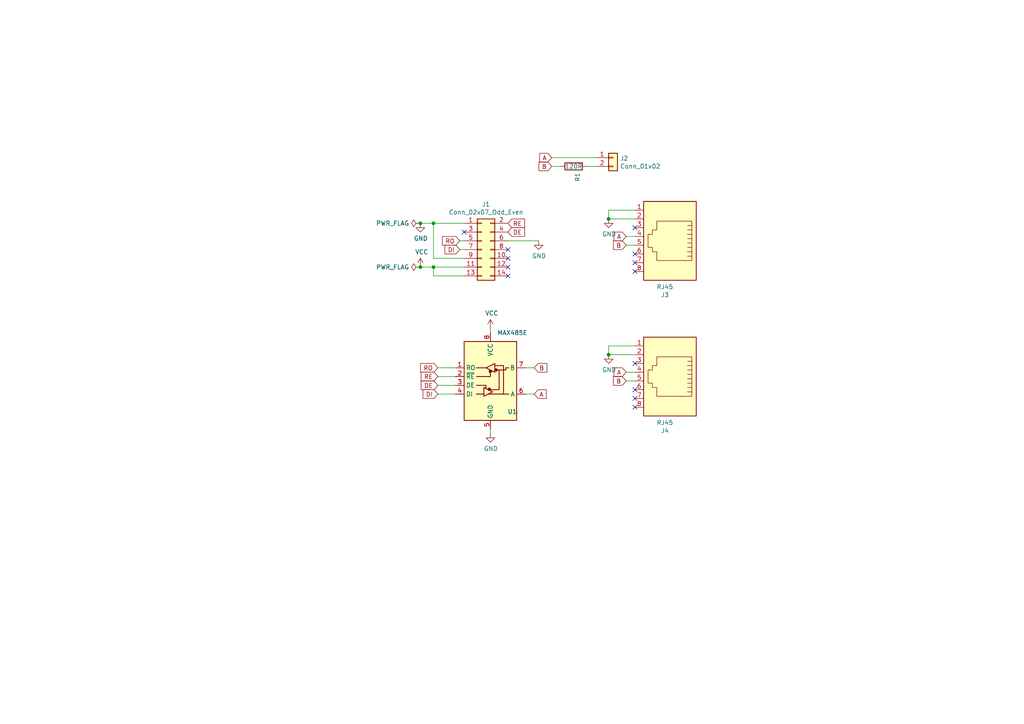
<source format=kicad_sch>
(kicad_sch (version 20211123) (generator eeschema)
  (paper "A4")
  (lib_symbols
    (symbol "Connector:RJ45" (pin_names (offset 1.016))
      (property "Reference" "J" (at -5.08 13.97 0))
      (property "Value" "RJ45" (at 2.54 13.97 0))
      (symbol "RJ45_0_1"
        (polyline (pts (xy -5.08 4.445) (xy -6.35 4.445)))
        (polyline (pts (xy -5.08 5.715) (xy -6.35 5.715)))
        (polyline (pts (xy -6.35 -3.175) (xy -5.08 -3.175) (xy -5.08 -3.175)))
        (polyline (pts (xy -6.35 -1.905) (xy -5.08 -1.905) (xy -5.08 -1.905)))
        (polyline (pts (xy -6.35 -0.635) (xy -5.08 -0.635) (xy -5.08 -0.635)))
        (polyline (pts (xy -6.35 0.635) (xy -5.08 0.635) (xy -5.08 0.635)))
        (polyline (pts (xy -6.35 1.905) (xy -5.08 1.905) (xy -5.08 1.905)))
        (polyline (pts (xy -5.08 3.175) (xy -6.35 3.175) (xy -6.35 3.175)))
        (polyline (pts (xy -6.35 -4.445) (xy -6.35 6.985) (xy 3.81 6.985) (xy 3.81 4.445) (xy 5.08 4.445) (xy 5.08 3.175) (xy 6.35 3.175) (xy 6.35 -0.635) (xy 5.08 -0.635) (xy 5.08 -1.905) (xy 3.81 -1.905) (xy 3.81 -4.445) (xy -6.35 -4.445) (xy -6.35 -4.445)))
        (rectangle (start 7.62 12.7) (end -7.62 -10.16) (stroke (width 0.254)) (fill (type background)))
      )
      (symbol "RJ45_1_1"
        (pin passive line (at 10.16 -7.62 180) (length 2.54) (name "~") (number "1"))
        (pin passive line (at 10.16 -5.08 180) (length 2.54) (name "~") (number "2"))
        (pin passive line (at 10.16 -2.54 180) (length 2.54) (name "~") (number "3"))
        (pin passive line (at 10.16 0 180) (length 2.54) (name "~") (number "4"))
        (pin passive line (at 10.16 2.54 180) (length 2.54) (name "~") (number "5"))
        (pin passive line (at 10.16 5.08 180) (length 2.54) (name "~") (number "6"))
        (pin passive line (at 10.16 7.62 180) (length 2.54) (name "~") (number "7"))
        (pin passive line (at 10.16 10.16 180) (length 2.54) (name "~") (number "8"))
      )
    )
    (symbol "Connector_Generic:Conn_01x02" (pin_names (offset 1.016) hide)
      (property "Reference" "J" (at 0 2.54 0))
      (property "Value" "Conn_01x02" (at 0 -5.08 0))
      (symbol "Conn_01x02_1_1"
        (rectangle (start -1.27 -2.413) (end 0 -2.667) (stroke (width 0.1524)))
        (rectangle (start -1.27 0.127) (end 0 -0.127) (stroke (width 0.1524)))
        (rectangle (start -1.27 1.27) (end 1.27 -3.81) (stroke (width 0.254)) (fill (type background)))
        (pin passive line (at -5.08 0 0) (length 3.81) (name "Pin_1") (number "1"))
        (pin passive line (at -5.08 -2.54 0) (length 3.81) (name "Pin_2") (number "2"))
      )
    )
    (symbol "Connector_Generic:Conn_02x07_Odd_Even" (pin_names (offset 1.016) hide)
      (property "Reference" "J" (at 1.27 10.16 0))
      (property "Value" "Conn_02x07_Odd_Even" (at 1.27 -10.16 0))
      (symbol "Conn_02x07_Odd_Even_1_1"
        (rectangle (start -1.27 -7.493) (end 0 -7.747) (stroke (width 0.1524)))
        (rectangle (start -1.27 -4.953) (end 0 -5.207) (stroke (width 0.1524)))
        (rectangle (start -1.27 -2.413) (end 0 -2.667) (stroke (width 0.1524)))
        (rectangle (start -1.27 0.127) (end 0 -0.127) (stroke (width 0.1524)))
        (rectangle (start -1.27 2.667) (end 0 2.413) (stroke (width 0.1524)))
        (rectangle (start -1.27 5.207) (end 0 4.953) (stroke (width 0.1524)))
        (rectangle (start -1.27 7.747) (end 0 7.493) (stroke (width 0.1524)))
        (rectangle (start -1.27 8.89) (end 3.81 -8.89) (stroke (width 0.254)) (fill (type background)))
        (rectangle (start 3.81 -7.493) (end 2.54 -7.747) (stroke (width 0.1524)))
        (rectangle (start 3.81 -4.953) (end 2.54 -5.207) (stroke (width 0.1524)))
        (rectangle (start 3.81 -2.413) (end 2.54 -2.667) (stroke (width 0.1524)))
        (rectangle (start 3.81 0.127) (end 2.54 -0.127) (stroke (width 0.1524)))
        (rectangle (start 3.81 2.667) (end 2.54 2.413) (stroke (width 0.1524)))
        (rectangle (start 3.81 5.207) (end 2.54 4.953) (stroke (width 0.1524)))
        (rectangle (start 3.81 7.747) (end 2.54 7.493) (stroke (width 0.1524)))
        (pin passive line (at -5.08 7.62 0) (length 3.81) (name "Pin_1") (number "1"))
        (pin passive line (at 7.62 -2.54 180) (length 3.81) (name "Pin_10") (number "10"))
        (pin passive line (at -5.08 -5.08 0) (length 3.81) (name "Pin_11") (number "11"))
        (pin passive line (at 7.62 -5.08 180) (length 3.81) (name "Pin_12") (number "12"))
        (pin passive line (at -5.08 -7.62 0) (length 3.81) (name "Pin_13") (number "13"))
        (pin passive line (at 7.62 -7.62 180) (length 3.81) (name "Pin_14") (number "14"))
        (pin passive line (at 7.62 7.62 180) (length 3.81) (name "Pin_2") (number "2"))
        (pin passive line (at -5.08 5.08 0) (length 3.81) (name "Pin_3") (number "3"))
        (pin passive line (at 7.62 5.08 180) (length 3.81) (name "Pin_4") (number "4"))
        (pin passive line (at -5.08 2.54 0) (length 3.81) (name "Pin_5") (number "5"))
        (pin passive line (at 7.62 2.54 180) (length 3.81) (name "Pin_6") (number "6"))
        (pin passive line (at -5.08 0 0) (length 3.81) (name "Pin_7") (number "7"))
        (pin passive line (at 7.62 0 180) (length 3.81) (name "Pin_8") (number "8"))
        (pin passive line (at -5.08 -2.54 0) (length 3.81) (name "Pin_9") (number "9"))
      )
    )
    (symbol "Device:R" (pin_numbers hide) (pin_names (offset 0))
      (property "Reference" "R" (at 2.032 0 90))
      (property "Value" "R" (at 0 0 90))
      (symbol "R_0_1"
        (rectangle (start -1.016 -2.54) (end 1.016 2.54) (stroke (width 0.254)))
      )
      (symbol "R_1_1"
        (pin passive line (at 0 3.81 270) (length 1.27) (name "~") (number "1"))
        (pin passive line (at 0 -3.81 90) (length 1.27) (name "~") (number "2"))
      )
    )
    (symbol "Interface_UART:MAX485E"
      (property "Reference" "U" (at -6.096 11.43 0))
      (property "Value" "MAX485E" (at 0.762 11.43 0))
      (symbol "MAX485E_0_1"
        (rectangle (start -7.62 10.16) (end 7.62 -12.7) (stroke (width 0.254)) (fill (type background)))
        (circle (center -0.3048 -3.683) (radius 0.3556) (stroke (width 0.254)) (fill (type outline)))
        (circle (center -0.0254 1.4986) (radius 0.3556) (stroke (width 0.254)) (fill (type outline)))
        (polyline (pts (xy -4.064 -5.08) (xy -1.905 -5.08)) (stroke (width 0.254)))
        (polyline (pts (xy -4.064 2.54) (xy -1.27 2.54)) (stroke (width 0.254)))
        (polyline (pts (xy -1.27 -3.2004) (xy -1.27 -3.4544)) (stroke (width 0.254)))
        (polyline (pts (xy -0.635 -5.08) (xy 5.334 -5.08)) (stroke (width 0.254)))
        (polyline (pts (xy -4.064 -2.54) (xy -1.27 -2.54) (xy -1.27 -3.175)) (stroke (width 0.254)))
        (polyline (pts (xy 0 1.27) (xy 0 0) (xy -4.064 0)) (stroke (width 0.254)))
        (polyline (pts (xy 1.27 3.175) (xy 3.81 3.175) (xy 3.81 -5.08)) (stroke (width 0.254)))
        (polyline (pts (xy 2.54 1.905) (xy 2.54 -3.81) (xy 0 -3.81)) (stroke (width 0.254)))
        (polyline (pts (xy -1.905 -3.175) (xy -1.905 -5.715) (xy 0.635 -4.445) (xy -1.905 -3.175)) (stroke (width 0.254)))
        (polyline (pts (xy -1.27 2.54) (xy 1.27 3.81) (xy 1.27 1.27) (xy -1.27 2.54)) (stroke (width 0.254)))
        (polyline (pts (xy 1.905 1.905) (xy 4.445 1.905) (xy 4.445 2.54) (xy 5.334 2.54)) (stroke (width 0.254)))
        (rectangle (start 1.27 3.175) (end 1.27 3.175))
        (circle (center 1.651 1.905) (radius 0.3556) (stroke (width 0.254)) (fill (type outline)))
      )
      (symbol "MAX485E_1_1"
        (pin output line (at -10.16 2.54 0) (length 2.54) (name "RO") (number "1"))
        (pin input line (at -10.16 0 0) (length 2.54) (name "~{RE}") (number "2"))
        (pin input line (at -10.16 -2.54 0) (length 2.54) (name "DE") (number "3"))
        (pin input line (at -10.16 -5.08 0) (length 2.54) (name "DI") (number "4"))
        (pin power_in line (at 0 -15.24 90) (length 2.54) (name "GND") (number "5"))
        (pin bidirectional line (at 10.16 -5.08 180) (length 2.54) (name "A") (number "6"))
        (pin bidirectional line (at 10.16 2.54 180) (length 2.54) (name "B") (number "7"))
        (pin power_in line (at 0 12.7 270) (length 2.54) (name "VCC") (number "8"))
      )
    )
    (symbol "power:GND" (power) (pin_names (offset 0))
      (property "Value" "GND" (at 0 -3.81 0))
      (symbol "GND_0_1"
        (polyline (pts (xy 0 0) (xy 0 -1.27) (xy 1.27 -1.27) (xy 0 -2.54) (xy -1.27 -1.27) (xy 0 -1.27)))
      )
      (symbol "GND_1_1"
        (pin power_in line (at 0 0 270) (length 0) hide (name "GND") (number "1"))
      )
    )
    (symbol "power:PWR_FLAG" (power) (pin_numbers hide) (pin_names (offset 0) hide)
      (property "Value" "PWR_FLAG" (at 0 3.81 0))
      (symbol "PWR_FLAG_0_0"
        (pin power_out line (at 0 0 90) (length 0) (name "pwr") (number "1"))
      )
      (symbol "PWR_FLAG_0_1"
        (polyline (pts (xy 0 0) (xy 0 1.27) (xy -1.016 1.905) (xy 0 2.54) (xy 1.016 1.905) (xy 0 1.27)))
      )
    )
    (symbol "power:VCC" (power) (pin_names (offset 0))
      (property "Value" "VCC" (at 0 3.81 0))
      (symbol "VCC_0_1"
        (polyline (pts (xy -0.762 1.27) (xy 0 2.54)))
        (polyline (pts (xy 0 0) (xy 0 2.54)))
        (polyline (pts (xy 0 2.54) (xy 0.762 1.27)))
      )
      (symbol "VCC_1_1"
        (pin power_in line (at 0 0 90) (length 0) hide (name "VCC") (number "1"))
      )
    )
  )
  (junction (at 121.92 77.47))
  (junction (at 125.73 64.77))
  (junction (at 176.53 102.87))
  (junction (at 176.53 63.5))
  (junction (at 121.92 64.77))
  (junction (at 125.73 77.47))
  (no_connect (at 134.62 67.31))
  (no_connect (at 147.32 74.93))
  (no_connect (at 184.15 66.04))
  (no_connect (at 184.15 115.57))
  (no_connect (at 184.15 118.11))
  (no_connect (at 184.15 113.03))
  (no_connect (at 184.15 73.66))
  (no_connect (at 184.15 105.41))
  (no_connect (at 147.32 72.39))
  (no_connect (at 184.15 76.2))
  (no_connect (at 147.32 80.01))
  (no_connect (at 184.15 78.74))
  (no_connect (at 147.32 77.47))
  (wire (pts (xy 125.73 80.01) (xy 125.73 77.47)))
  (wire (pts (xy 184.15 63.5) (xy 176.53 63.5)))
  (wire (pts (xy 127 106.68) (xy 132.08 106.68)))
  (wire (pts (xy 147.32 69.85) (xy 156.21 69.85)))
  (wire (pts (xy 184.15 71.12) (xy 181.61 71.12)))
  (wire (pts (xy 184.15 100.33) (xy 176.53 100.33)))
  (wire (pts (xy 184.15 102.87) (xy 176.53 102.87)))
  (wire (pts (xy 152.4 114.3) (xy 154.94 114.3)))
  (wire (pts (xy 176.53 100.33) (xy 176.53 102.87)))
  (wire (pts (xy 125.73 74.93) (xy 125.73 64.77)))
  (wire (pts (xy 160.02 45.72) (xy 172.72 45.72)))
  (wire (pts (xy 184.15 107.95) (xy 181.61 107.95)))
  (wire (pts (xy 184.15 60.96) (xy 176.53 60.96)))
  (wire (pts (xy 121.92 77.47) (xy 125.73 77.47)))
  (wire (pts (xy 127 114.3) (xy 132.08 114.3)))
  (wire (pts (xy 125.73 74.93) (xy 134.62 74.93)))
  (wire (pts (xy 127 109.22) (xy 132.08 109.22)))
  (wire (pts (xy 127 111.76) (xy 132.08 111.76)))
  (wire (pts (xy 142.24 96.52) (xy 142.24 95.25)))
  (wire (pts (xy 134.62 69.85) (xy 133.35 69.85)))
  (wire (pts (xy 125.73 77.47) (xy 134.62 77.47)))
  (wire (pts (xy 125.73 80.01) (xy 134.62 80.01)))
  (wire (pts (xy 142.24 124.46) (xy 142.24 125.73)))
  (wire (pts (xy 134.62 72.39) (xy 133.35 72.39)))
  (wire (pts (xy 172.72 48.26) (xy 170.18 48.26)))
  (wire (pts (xy 162.56 48.26) (xy 160.02 48.26)))
  (wire (pts (xy 184.15 68.58) (xy 181.61 68.58)))
  (wire (pts (xy 152.4 106.68) (xy 154.94 106.68)))
  (wire (pts (xy 184.15 110.49) (xy 181.61 110.49)))
  (wire (pts (xy 176.53 60.96) (xy 176.53 63.5)))
  (wire (pts (xy 121.92 64.77) (xy 125.73 64.77)))
  (wire (pts (xy 125.73 64.77) (xy 134.62 64.77)))
  (global_label "A" (shape input) (at 160.02 45.72 180) (property "Intersheet References" "${INTERSHEET_REFS}" (effects hide)))
  (global_label "RO" (shape input) (at 133.35 69.85 180) (property "Intersheet References" "${INTERSHEET_REFS}" (effects hide)))
  (global_label "RO" (shape input) (at 127 106.68 180) (property "Intersheet References" "${INTERSHEET_REFS}" (effects hide)))
  (global_label "B" (shape input) (at 154.94 106.68 0) (property "Intersheet References" "${INTERSHEET_REFS}" (effects hide)))
  (global_label "A" (shape input) (at 181.61 68.58 180) (property "Intersheet References" "${INTERSHEET_REFS}" (effects hide)))
  (global_label "DI" (shape input) (at 133.35 72.39 180) (property "Intersheet References" "${INTERSHEET_REFS}" (effects hide)))
  (global_label "B" (shape input) (at 181.61 110.49 180) (property "Intersheet References" "${INTERSHEET_REFS}" (effects hide)))
  (global_label "DI" (shape input) (at 127 114.3 180) (property "Intersheet References" "${INTERSHEET_REFS}" (effects hide)))
  (global_label "RE" (shape input) (at 127 109.22 180) (property "Intersheet References" "${INTERSHEET_REFS}" (effects hide)))
  (global_label "A" (shape input) (at 154.94 114.3 0) (property "Intersheet References" "${INTERSHEET_REFS}" (effects hide)))
  (global_label "RE" (shape input) (at 147.32 64.77 0) (property "Intersheet References" "${INTERSHEET_REFS}" (effects hide)))
  (global_label "B" (shape input) (at 181.61 71.12 180) (property "Intersheet References" "${INTERSHEET_REFS}" (effects hide)))
  (global_label "A" (shape input) (at 181.61 107.95 180) (property "Intersheet References" "${INTERSHEET_REFS}" (effects hide)))
  (global_label "DE" (shape input) (at 147.32 67.31 0) (property "Intersheet References" "${INTERSHEET_REFS}" (effects hide)))
  (global_label "DE" (shape input) (at 127 111.76 180) (property "Intersheet References" "${INTERSHEET_REFS}" (effects hide)))
  (global_label "B" (shape input) (at 160.02 48.26 180) (property "Intersheet References" "${INTERSHEET_REFS}" (effects hide)))
  (symbol (lib_id "Connector_Generic:Conn_02x07_Odd_Even") (at 139.7 72.39 0) (unit 1)
    (property "Reference" "J1" (at 140.97 59.2582 0))
    (property "Value" "Conn_02x07_Odd_Even" (at 140.97 61.5696 0))
    (property "Footprint" "Connector_PinSocket_2.54mm:PinSocket_2x07_P2.54mm_Vertical" (effects hide))
  )
  (symbol (lib_id "Interface_UART:MAX485E") (at 142.24 109.22 0) (unit 1)
    (property "Reference" "U1" (at 148.59 119.38 0))
    (property "Value" "MAX485E" (at 148.59 96.52 0))
    (property "Footprint" "Package_DIP:DIP-8_W7.62mm" (effects hide))
    (property "Datasheet" "https://datasheets.maximintegrated.com/en/ds/MAX1487E-MAX491E.pdf" (effects hide))
  )
  (symbol (lib_id "Connector:RJ45") (at 194.31 68.58 180) (unit 1)
    (property "Reference" "J3" (at 192.8622 85.5218 0))
    (property "Value" "RJ45" (at 192.8622 83.2104 0))
    (property "Footprint" "Connector_RJ:RJ45_Amphenol_54602-x08_Horizontal" (effects hide))
  )
  (symbol (lib_id "Connector:RJ45") (at 194.31 107.95 180) (unit 1)
    (property "Reference" "J4" (at 192.8622 124.8918 0))
    (property "Value" "RJ45" (at 192.8622 122.5804 0))
    (property "Footprint" "Connector_RJ:RJ45_Amphenol_54602-x08_Horizontal" (effects hide))
  )
  (symbol (lib_id "Connector_Generic:Conn_01x02") (at 177.8 45.72 0) (unit 1)
    (property "Reference" "J2" (at 179.832 45.9232 0) (effects (justify left)))
    (property "Value" "Conn_01x02" (at 179.832 48.2346 0) (effects (justify left)))
    (property "Footprint" "Connector_PinHeader_2.54mm:PinHeader_1x02_P2.54mm_Vertical" (effects hide))
  )
  (symbol (lib_id "Device:R") (at 166.37 48.26 270) (unit 1)
    (property "Reference" "R1" (at 167.5384 50.038 0) (effects (justify left)))
    (property "Value" "120R" (at 163.83 48.26 90) (effects (justify left)))
    (property "Footprint" "Resistor_THT:R_Axial_DIN0207_L6.3mm_D2.5mm_P2.54mm_Vertical" (effects hide))
  )
  (symbol (lib_id "power:GND") (at 176.53 63.5 0) (unit 1)
    (property "Reference" "#PWR0101" (effects hide))
    (property "Value" "GND" (at 176.657 67.8942 0))
  )
  (symbol (lib_id "power:GND") (at 176.53 102.87 0) (unit 1)
    (property "Reference" "#PWR0102" (effects hide))
    (property "Value" "GND" (at 176.657 107.2642 0))
  )
  (symbol (lib_id "power:VCC") (at 121.92 77.47 0) (unit 1)
    (property "Reference" "#PWR0103" (effects hide))
    (property "Value" "VCC" (at 122.301 73.0758 0))
  )
  (symbol (lib_id "power:PWR_FLAG") (at 121.92 64.77 90) (unit 1)
    (property "Reference" "#FLG0101" (effects hide))
    (property "Value" "PWR_FLAG" (at 118.6942 64.77 90) (effects (justify left)))
  )
  (symbol (lib_id "power:PWR_FLAG") (at 121.92 77.47 90) (unit 1)
    (property "Reference" "#FLG0102" (effects hide))
    (property "Value" "PWR_FLAG" (at 118.6942 77.47 90) (effects (justify left)))
  )
  (symbol (lib_id "power:GND") (at 142.24 125.73 0) (unit 1)
    (property "Reference" "#PWR0105" (effects hide))
    (property "Value" "GND" (at 142.367 130.1242 0))
  )
  (symbol (lib_id "power:VCC") (at 142.24 95.25 0) (unit 1)
    (property "Reference" "#PWR0106" (effects hide))
    (property "Value" "VCC" (at 142.621 90.8558 0))
  )
  (symbol (lib_id "power:GND") (at 121.92 64.77 0) (unit 1)
    (property "Reference" "#PWR?" (effects hide))
    (property "Value" "GND" (at 122.047 69.1642 0))
  )
  (symbol (lib_id "power:GND") (at 156.21 69.85 0) (unit 1)
    (property "Reference" "#PWR?" (effects hide))
    (property "Value" "GND" (at 156.337 74.2442 0))
  )
)
</source>
